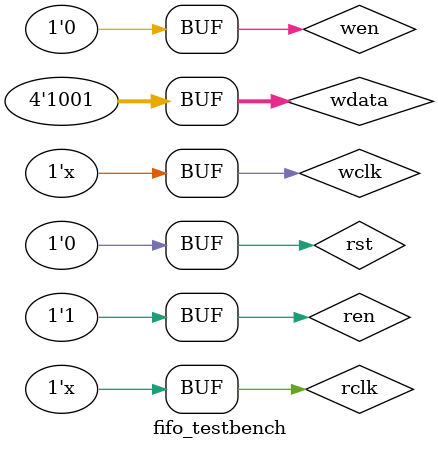
<source format=v>
`timescale 1ns / 1ps


module fifo_testbench;

	// Inputs
	reg wclk=0;
	reg wen=0;
	reg [3:0] wdata;
	reg rclk=0;
	reg ren=0;
	reg rst;

	// Outputs
	wire [3:0] rdata;
	wire empty;
	wire full;

	// Instantiate the Unit Under Test (UUT)
	fifo_v1 uut (
		.wclk(wclk), 
		.wen(wen), 
		.wdata(wdata), 
		.rclk(rclk), 
		.ren(ren), 
		.rst(rst), 
		.rdata(rdata), 
		.empty(empty), 
		.full(full)
	);
	
	always #10 wclk=~wclk;
	always #15 rclk=~rclk;

	initial begin
		// Initialize Inputs
		
		rst = 1;

		// Wait 100 ns for global reset to finish
		#100;
      rst=0;
		// Add stimulus here
		
		wen=1; 
		
		wdata = 4'b1111;
		#20 wdata = 4'b1010;
		#20 wdata = 4'b0101;
		#20 wdata = 4'b1100;
		#20 wdata = 4'b1111;
		#20 wdata = 4'b1010;
		#20 wdata = 4'b0101;
		#20 wdata = 4'b1100;
		#20 wdata = 4'b1111;
		#20 wdata = 4'b1010;
		#20 wdata = 4'b0101;
		#20 wdata = 4'b1100;
		#20 wdata = 4'b1111;
		#20 wdata = 4'b1010;
		#20 wdata = 4'b0101;
		#20 wdata = 4'b1100;
		#20 wdata = 4'b1001;
		#20;
		wen =0;
		ren = 1;

	end
      
endmodule


</source>
